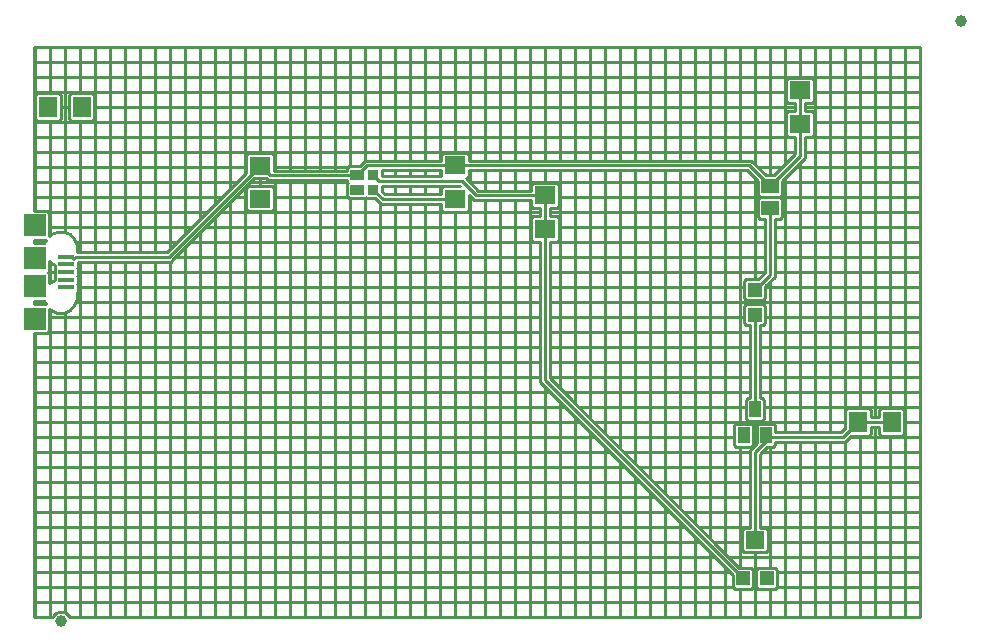
<source format=gbr>
G04 EAGLE Gerber RS-274X export*
G75*
%MOMM*%
%FSLAX34Y34*%
%LPD*%
%INTop Copper*%
%IPPOS*%
%AMOC8*
5,1,8,0,0,1.08239X$1,22.5*%
G01*
%ADD10R,1.800000X1.600000*%
%ADD11R,1.346200X0.381000*%
%ADD12R,1.900000X1.900000*%
%ADD13R,1.200000X1.200000*%
%ADD14R,1.803000X1.600000*%
%ADD15R,1.600000X1.500000*%
%ADD16R,1.500000X1.300000*%
%ADD17R,1.000000X1.400000*%
%ADD18R,1.600000X1.803000*%
%ADD19C,1.000000*%
%ADD20R,0.950000X0.850000*%
%ADD21R,1.150000X0.850000*%
%ADD22R,1.150000X0.970000*%
%ADD23R,0.950000X0.970000*%
%ADD24C,0.254000*%


D10*
X-863600Y455900D03*
X-863600Y483900D03*
D11*
X-1027350Y406700D03*
X-1027350Y400200D03*
X-1027350Y393700D03*
X-1027350Y387200D03*
X-1027350Y380700D03*
D12*
X-1054100Y433200D03*
X-1054100Y405700D03*
X-1054100Y381700D03*
X-1054100Y354200D03*
D13*
X-444500Y357800D03*
X-444500Y378800D03*
D14*
X-698500Y484120D03*
X-698500Y455680D03*
D13*
X-454500Y134400D03*
X-434500Y134400D03*
D15*
X-444500Y166900D03*
D16*
X-431800Y447700D03*
X-431800Y466700D03*
D17*
X-444500Y277700D03*
X-435000Y255700D03*
X-454000Y255700D03*
D14*
X-622300Y458720D03*
X-622300Y430280D03*
D18*
X-328680Y266700D03*
X-357120Y266700D03*
D14*
X-406400Y519180D03*
X-406400Y547620D03*
D18*
X-1014480Y533400D03*
X-1042920Y533400D03*
D19*
X-1031800Y98500D03*
X-269800Y606500D03*
D20*
X-767450Y463600D03*
D21*
X-780950Y463600D03*
D22*
X-780950Y475600D03*
D23*
X-767450Y475600D03*
D24*
X-863600Y483900D02*
X-940800Y406700D01*
X-1019546Y406700D01*
X-1021347Y404899D01*
X-863600Y483900D02*
X-855300Y475600D01*
X-780950Y475600D01*
X-774994Y481556D02*
X-774994Y481607D01*
X-774994Y481556D02*
X-780950Y475600D01*
X-772481Y484120D02*
X-698500Y484120D01*
X-772481Y484120D02*
X-774994Y481607D01*
X-698500Y484120D02*
X-449220Y484120D01*
X-431800Y466700D01*
X-406400Y519180D02*
X-406400Y547620D01*
X-406400Y519180D02*
X-406400Y492100D01*
X-431800Y466700D01*
X-698500Y455680D02*
X-759530Y455680D01*
X-767450Y463600D01*
X-622300Y458720D02*
X-622300Y430280D01*
X-762494Y470644D02*
X-767450Y475600D01*
X-680574Y458720D02*
X-622300Y458720D01*
X-680574Y458720D02*
X-692498Y470644D01*
X-762494Y470644D01*
X-622300Y302200D02*
X-454500Y134400D01*
X-622300Y302200D02*
X-622300Y430280D01*
X-444500Y241300D02*
X-444500Y166900D01*
X-444500Y241300D02*
X-431800Y254000D01*
X-433500Y255700D01*
X-435000Y255700D01*
X-369820Y254000D02*
X-357120Y266700D01*
X-369820Y254000D02*
X-431800Y254000D01*
X-357120Y266700D02*
X-328680Y266700D01*
X-444500Y277700D02*
X-444500Y357800D01*
X-431800Y391500D02*
X-431800Y447700D01*
X-431800Y391500D02*
X-444500Y378800D01*
X-710309Y480056D02*
X-759906Y480056D01*
X-710309Y480056D02*
X-710309Y474963D01*
X-710054Y474708D01*
X-759906Y474708D01*
X-759906Y480056D01*
X-710309Y464837D02*
X-708672Y466474D01*
X-710309Y464837D02*
X-710309Y459744D01*
X-757847Y459744D01*
X-759906Y461803D01*
X-759906Y466580D01*
X-694181Y466580D01*
X-694075Y466474D01*
X-708672Y466474D01*
X-457547Y143194D02*
X-447343Y143194D01*
X-457547Y143194D02*
X-618236Y303883D01*
X-618236Y419486D01*
X-612128Y419486D01*
X-610491Y421123D01*
X-610491Y439437D01*
X-612128Y441074D01*
X-618236Y441074D01*
X-618236Y447926D01*
X-612128Y447926D01*
X-610491Y449563D01*
X-610491Y467877D01*
X-612128Y469514D01*
X-632472Y469514D01*
X-634109Y467877D01*
X-634109Y462784D01*
X-678890Y462784D01*
X-688434Y472327D01*
X-689432Y473326D01*
X-688328Y473326D01*
X-686691Y474963D01*
X-686691Y480056D01*
X-450903Y480056D01*
X-442094Y471247D01*
X-442094Y459043D01*
X-440457Y457406D01*
X-423143Y457406D01*
X-421506Y459043D01*
X-421506Y471247D01*
X-402336Y490417D01*
X-402336Y508386D01*
X-396228Y508386D01*
X-394591Y510023D01*
X-394591Y528337D01*
X-396228Y529974D01*
X-402336Y529974D01*
X-402336Y536826D01*
X-396228Y536826D01*
X-394591Y538463D01*
X-394591Y556777D01*
X-396228Y558414D01*
X-416572Y558414D01*
X-418209Y556777D01*
X-418209Y538463D01*
X-416572Y536826D01*
X-410464Y536826D01*
X-410464Y529974D01*
X-416572Y529974D01*
X-418209Y528337D01*
X-418209Y510023D01*
X-416572Y508386D01*
X-410464Y508386D01*
X-410464Y493783D01*
X-428253Y475994D01*
X-435347Y475994D01*
X-447537Y488184D01*
X-686691Y488184D01*
X-686691Y493277D01*
X-688328Y494914D01*
X-708672Y494914D01*
X-710309Y493277D01*
X-710309Y488184D01*
X-774165Y488184D01*
X-779058Y483291D01*
X-779058Y483244D01*
X-787857Y483244D01*
X-789494Y481607D01*
X-789494Y479664D01*
X-851806Y479664D01*
X-851806Y493057D01*
X-853443Y494694D01*
X-873757Y494694D01*
X-875394Y493057D01*
X-875394Y477853D01*
X-942483Y410764D01*
X-1018468Y410764D01*
X-1018420Y410879D01*
X-1018420Y416521D01*
X-1020579Y421732D01*
X-1024568Y425721D01*
X-1029779Y427880D01*
X-1035421Y427880D01*
X-1040632Y425721D01*
X-1041806Y424547D01*
X-1041806Y443857D01*
X-1043443Y445494D01*
X-1054735Y445494D01*
X-1054735Y584200D01*
X-304800Y584200D01*
X-304800Y101600D01*
X-1024648Y101600D01*
X-1025193Y102915D01*
X-1027385Y105107D01*
X-1030250Y106294D01*
X-1033350Y106294D01*
X-1036215Y105107D01*
X-1038407Y102915D01*
X-1038952Y101600D01*
X-1054735Y101600D01*
X-1054735Y341906D01*
X-1043443Y341906D01*
X-1041806Y343543D01*
X-1041806Y362853D01*
X-1040632Y361679D01*
X-1035421Y359520D01*
X-1029779Y359520D01*
X-1024568Y361679D01*
X-1020579Y365668D01*
X-1018420Y370879D01*
X-1018420Y376521D01*
X-1018573Y376890D01*
X-1017825Y377638D01*
X-1017825Y383762D01*
X-1018013Y383950D01*
X-1017825Y384138D01*
X-1017825Y390262D01*
X-1018013Y390450D01*
X-1017825Y390638D01*
X-1017825Y396762D01*
X-1018013Y396950D01*
X-1017825Y397138D01*
X-1017825Y402636D01*
X-939117Y402636D01*
X-936736Y405017D01*
X-868647Y473106D01*
X-858553Y473106D01*
X-856983Y471536D01*
X-789494Y471536D01*
X-789494Y469593D01*
X-789201Y469300D01*
X-789494Y469007D01*
X-789494Y458193D01*
X-787857Y456556D01*
X-774043Y456556D01*
X-773700Y456899D01*
X-773357Y456556D01*
X-766153Y456556D01*
X-761213Y451616D01*
X-710309Y451616D01*
X-710309Y446523D01*
X-708672Y444886D01*
X-688328Y444886D01*
X-686691Y446523D01*
X-686691Y459090D01*
X-682257Y454656D01*
X-634109Y454656D01*
X-634109Y449563D01*
X-632472Y447926D01*
X-626364Y447926D01*
X-626364Y441074D01*
X-632472Y441074D01*
X-634109Y439437D01*
X-634109Y421123D01*
X-632472Y419486D01*
X-626364Y419486D01*
X-626364Y300517D01*
X-623983Y298136D01*
X-463294Y137447D01*
X-463294Y127243D01*
X-461657Y125606D01*
X-447343Y125606D01*
X-445706Y127243D01*
X-445706Y141557D01*
X-447343Y143194D01*
X-853443Y466694D02*
X-873757Y466694D01*
X-875394Y465057D01*
X-875394Y446743D01*
X-873757Y445106D01*
X-853443Y445106D01*
X-851806Y446743D01*
X-851806Y465057D01*
X-853443Y466694D01*
X-451657Y366594D02*
X-437343Y366594D01*
X-451657Y366594D02*
X-453294Y364957D01*
X-453294Y350643D01*
X-451657Y349006D01*
X-448564Y349006D01*
X-448564Y287494D01*
X-450657Y287494D01*
X-452294Y285857D01*
X-452294Y269543D01*
X-450657Y267906D01*
X-438343Y267906D01*
X-436706Y269543D01*
X-436706Y285857D01*
X-438343Y287494D01*
X-440436Y287494D01*
X-440436Y349006D01*
X-437343Y349006D01*
X-435706Y350643D01*
X-435706Y364957D01*
X-437343Y366594D01*
X-453294Y385957D02*
X-451657Y387594D01*
X-453294Y385957D02*
X-453294Y371643D01*
X-451657Y370006D01*
X-437343Y370006D01*
X-435706Y371643D01*
X-435706Y381847D01*
X-427736Y389817D01*
X-427736Y438406D01*
X-423143Y438406D01*
X-421506Y440043D01*
X-421506Y455357D01*
X-423143Y456994D01*
X-440457Y456994D01*
X-442094Y455357D01*
X-442094Y440043D01*
X-440457Y438406D01*
X-435864Y438406D01*
X-435864Y393183D01*
X-441453Y387594D01*
X-451657Y387594D01*
X-441657Y143194D02*
X-427343Y143194D01*
X-441657Y143194D02*
X-443294Y141557D01*
X-443294Y127243D01*
X-441657Y125606D01*
X-427343Y125606D01*
X-425706Y127243D01*
X-425706Y141557D01*
X-427343Y143194D01*
X-446206Y247543D02*
X-446206Y263857D01*
X-447843Y265494D01*
X-460157Y265494D01*
X-461794Y263857D01*
X-461794Y247543D01*
X-460157Y245906D01*
X-447843Y245906D01*
X-446206Y247543D01*
X-317886Y256528D02*
X-317886Y276872D01*
X-319523Y278509D01*
X-337837Y278509D01*
X-339474Y276872D01*
X-339474Y270764D01*
X-346326Y270764D01*
X-346326Y276872D01*
X-347963Y278509D01*
X-366277Y278509D01*
X-367914Y276872D01*
X-367914Y261653D01*
X-371503Y258064D01*
X-427206Y258064D01*
X-427206Y263857D01*
X-428843Y265494D01*
X-441157Y265494D01*
X-442794Y263857D01*
X-442794Y248753D01*
X-448564Y242983D01*
X-448564Y177194D01*
X-453657Y177194D01*
X-455294Y175557D01*
X-455294Y158243D01*
X-453657Y156606D01*
X-435343Y156606D01*
X-433706Y158243D01*
X-433706Y175557D01*
X-435343Y177194D01*
X-440436Y177194D01*
X-440436Y239617D01*
X-434147Y245906D01*
X-428843Y245906D01*
X-427206Y247543D01*
X-427206Y249936D01*
X-368137Y249936D01*
X-365756Y252317D01*
X-365756Y252317D01*
X-363182Y254891D01*
X-347963Y254891D01*
X-346326Y256528D01*
X-346326Y262636D01*
X-339474Y262636D01*
X-339474Y256528D01*
X-337837Y254891D01*
X-319523Y254891D01*
X-317886Y256528D01*
X-1003686Y523228D02*
X-1003686Y543572D01*
X-1005323Y545209D01*
X-1023637Y545209D01*
X-1025274Y543572D01*
X-1025274Y523228D01*
X-1023637Y521591D01*
X-1005323Y521591D01*
X-1003686Y523228D01*
X-1032126Y523228D02*
X-1032126Y543572D01*
X-1033763Y545209D01*
X-1052077Y545209D01*
X-1053714Y543572D01*
X-1053714Y523228D01*
X-1052077Y521591D01*
X-1033763Y521591D01*
X-1032126Y523228D01*
X-1044963Y420906D02*
X-1046170Y417994D01*
X-1054735Y417994D01*
X-1054735Y420906D01*
X-1044963Y420906D01*
X-1046170Y369406D02*
X-1044963Y366494D01*
X-1054735Y366494D01*
X-1054735Y369406D01*
X-1046170Y369406D01*
X-1041806Y392357D02*
X-1043149Y393700D01*
X-1041806Y395043D01*
X-1041806Y402853D01*
X-1040632Y401679D01*
X-1036875Y400122D01*
X-1036875Y397138D01*
X-1036687Y396950D01*
X-1036875Y396762D01*
X-1036875Y390638D01*
X-1036687Y390450D01*
X-1036875Y390262D01*
X-1036875Y387278D01*
X-1040632Y385721D01*
X-1041806Y384547D01*
X-1041806Y392357D01*
X-1038952Y101600D02*
X-1054735Y101600D01*
X-1024648Y101600D02*
X-304800Y101600D01*
X-304800Y114300D02*
X-1054735Y114300D01*
X-1054735Y127000D02*
X-463051Y127000D01*
X-445949Y127000D02*
X-443051Y127000D01*
X-425949Y127000D02*
X-304800Y127000D01*
X-465547Y139700D02*
X-1054735Y139700D01*
X-445706Y139700D02*
X-443294Y139700D01*
X-425706Y139700D02*
X-304800Y139700D01*
X-478247Y152400D02*
X-1054735Y152400D01*
X-466753Y152400D02*
X-304800Y152400D01*
X-490947Y165100D02*
X-1054735Y165100D01*
X-479453Y165100D02*
X-455294Y165100D01*
X-433706Y165100D02*
X-304800Y165100D01*
X-503647Y177800D02*
X-1054735Y177800D01*
X-492153Y177800D02*
X-448564Y177800D01*
X-440436Y177800D02*
X-304800Y177800D01*
X-516347Y190500D02*
X-1054735Y190500D01*
X-504853Y190500D02*
X-448564Y190500D01*
X-440436Y190500D02*
X-304800Y190500D01*
X-529047Y203200D02*
X-1054735Y203200D01*
X-517553Y203200D02*
X-448564Y203200D01*
X-440436Y203200D02*
X-304800Y203200D01*
X-541747Y215900D02*
X-1054735Y215900D01*
X-530253Y215900D02*
X-448564Y215900D01*
X-440436Y215900D02*
X-304800Y215900D01*
X-554447Y228600D02*
X-1054735Y228600D01*
X-542953Y228600D02*
X-448564Y228600D01*
X-440436Y228600D02*
X-304800Y228600D01*
X-567147Y241300D02*
X-1054735Y241300D01*
X-555653Y241300D02*
X-448564Y241300D01*
X-438753Y241300D02*
X-304800Y241300D01*
X-579847Y254000D02*
X-1054735Y254000D01*
X-568353Y254000D02*
X-461794Y254000D01*
X-446206Y254000D02*
X-442794Y254000D01*
X-364073Y254000D02*
X-304800Y254000D01*
X-592547Y266700D02*
X-1054735Y266700D01*
X-581053Y266700D02*
X-367914Y266700D01*
X-317886Y266700D02*
X-304800Y266700D01*
X-605247Y279400D02*
X-1054735Y279400D01*
X-593753Y279400D02*
X-452294Y279400D01*
X-436706Y279400D02*
X-304800Y279400D01*
X-617947Y292100D02*
X-1054735Y292100D01*
X-606453Y292100D02*
X-448564Y292100D01*
X-440436Y292100D02*
X-304800Y292100D01*
X-626364Y304800D02*
X-1054735Y304800D01*
X-618236Y304800D02*
X-448564Y304800D01*
X-440436Y304800D02*
X-304800Y304800D01*
X-626364Y317500D02*
X-1054735Y317500D01*
X-618236Y317500D02*
X-448564Y317500D01*
X-440436Y317500D02*
X-304800Y317500D01*
X-626364Y330200D02*
X-1054735Y330200D01*
X-618236Y330200D02*
X-448564Y330200D01*
X-440436Y330200D02*
X-304800Y330200D01*
X-626364Y342900D02*
X-1042449Y342900D01*
X-618236Y342900D02*
X-448564Y342900D01*
X-440436Y342900D02*
X-304800Y342900D01*
X-626364Y355600D02*
X-1041806Y355600D01*
X-618236Y355600D02*
X-453294Y355600D01*
X-435706Y355600D02*
X-304800Y355600D01*
X-1045712Y368300D02*
X-1054735Y368300D01*
X-1019488Y368300D02*
X-626364Y368300D01*
X-618236Y368300D02*
X-304800Y368300D01*
X-626364Y381000D02*
X-1017825Y381000D01*
X-618236Y381000D02*
X-453294Y381000D01*
X-435706Y381000D02*
X-304800Y381000D01*
X-1036875Y393700D02*
X-1043149Y393700D01*
X-1017825Y393700D02*
X-626364Y393700D01*
X-618236Y393700D02*
X-435864Y393700D01*
X-427736Y393700D02*
X-304800Y393700D01*
X-626364Y406400D02*
X-935353Y406400D01*
X-618236Y406400D02*
X-435864Y406400D01*
X-427736Y406400D02*
X-304800Y406400D01*
X-1045712Y419100D02*
X-1054735Y419100D01*
X-1019488Y419100D02*
X-934147Y419100D01*
X-922653Y419100D02*
X-626364Y419100D01*
X-618236Y419100D02*
X-435864Y419100D01*
X-427736Y419100D02*
X-304800Y419100D01*
X-921447Y431800D02*
X-1041806Y431800D01*
X-909953Y431800D02*
X-634109Y431800D01*
X-610491Y431800D02*
X-435864Y431800D01*
X-427736Y431800D02*
X-304800Y431800D01*
X-908747Y444500D02*
X-1042449Y444500D01*
X-897253Y444500D02*
X-626364Y444500D01*
X-618236Y444500D02*
X-442094Y444500D01*
X-421506Y444500D02*
X-304800Y444500D01*
X-896047Y457200D02*
X-1054735Y457200D01*
X-884553Y457200D02*
X-875394Y457200D01*
X-851806Y457200D02*
X-788501Y457200D01*
X-686691Y457200D02*
X-684801Y457200D01*
X-610491Y457200D02*
X-304800Y457200D01*
X-883347Y469900D02*
X-1054735Y469900D01*
X-871853Y469900D02*
X-789494Y469900D01*
X-686006Y469900D02*
X-442094Y469900D01*
X-421506Y469900D02*
X-304800Y469900D01*
X-875394Y482600D02*
X-1054735Y482600D01*
X-851806Y482600D02*
X-788501Y482600D01*
X-441953Y482600D02*
X-421647Y482600D01*
X-410153Y482600D02*
X-304800Y482600D01*
X-410464Y495300D02*
X-1054735Y495300D01*
X-402336Y495300D02*
X-304800Y495300D01*
X-410464Y508000D02*
X-1054735Y508000D01*
X-402336Y508000D02*
X-304800Y508000D01*
X-418209Y520700D02*
X-1054735Y520700D01*
X-394591Y520700D02*
X-304800Y520700D01*
X-1053714Y533400D02*
X-1054735Y533400D01*
X-1032126Y533400D02*
X-1025274Y533400D01*
X-1003686Y533400D02*
X-410464Y533400D01*
X-402336Y533400D02*
X-304800Y533400D01*
X-418209Y546100D02*
X-1054735Y546100D01*
X-394591Y546100D02*
X-304800Y546100D01*
X-304800Y558800D02*
X-1054735Y558800D01*
X-1054735Y571500D02*
X-304800Y571500D01*
X-1054100Y341906D02*
X-1054100Y101600D01*
X-1054100Y366494D02*
X-1054100Y369406D01*
X-1054100Y417994D02*
X-1054100Y420906D01*
X-1054100Y445494D02*
X-1054100Y584200D01*
X-1041400Y362447D02*
X-1041400Y101600D01*
X-1041400Y384954D02*
X-1041400Y402447D01*
X-1041400Y424954D02*
X-1041400Y521591D01*
X-1041400Y545209D02*
X-1041400Y584200D01*
X-1028700Y359967D02*
X-1028700Y105652D01*
X-1028700Y427433D02*
X-1028700Y584200D01*
X-1016000Y402636D02*
X-1016000Y101600D01*
X-1016000Y410764D02*
X-1016000Y521591D01*
X-1016000Y545209D02*
X-1016000Y584200D01*
X-1003300Y402636D02*
X-1003300Y101600D01*
X-1003300Y410764D02*
X-1003300Y584200D01*
X-990600Y402636D02*
X-990600Y101600D01*
X-990600Y410764D02*
X-990600Y584200D01*
X-977900Y402636D02*
X-977900Y101600D01*
X-977900Y410764D02*
X-977900Y584200D01*
X-965200Y402636D02*
X-965200Y101600D01*
X-965200Y410764D02*
X-965200Y584200D01*
X-952500Y402636D02*
X-952500Y101600D01*
X-952500Y410764D02*
X-952500Y584200D01*
X-939800Y402636D02*
X-939800Y101600D01*
X-939800Y413447D02*
X-939800Y584200D01*
X-927100Y414653D02*
X-927100Y101600D01*
X-927100Y426147D02*
X-927100Y584200D01*
X-914400Y427353D02*
X-914400Y101600D01*
X-914400Y438847D02*
X-914400Y584200D01*
X-901700Y440053D02*
X-901700Y101600D01*
X-901700Y451547D02*
X-901700Y584200D01*
X-889000Y452753D02*
X-889000Y101600D01*
X-889000Y464247D02*
X-889000Y584200D01*
X-876300Y465453D02*
X-876300Y101600D01*
X-876300Y476947D02*
X-876300Y584200D01*
X-863600Y445106D02*
X-863600Y101600D01*
X-863600Y466694D02*
X-863600Y473106D01*
X-863600Y494694D02*
X-863600Y584200D01*
X-850900Y471536D02*
X-850900Y101600D01*
X-850900Y479664D02*
X-850900Y584200D01*
X-838200Y471536D02*
X-838200Y101600D01*
X-838200Y479664D02*
X-838200Y584200D01*
X-825500Y471536D02*
X-825500Y101600D01*
X-825500Y479664D02*
X-825500Y584200D01*
X-812800Y471536D02*
X-812800Y101600D01*
X-812800Y479664D02*
X-812800Y584200D01*
X-800100Y471536D02*
X-800100Y101600D01*
X-800100Y479664D02*
X-800100Y584200D01*
X-787400Y456556D02*
X-787400Y101600D01*
X-787400Y483244D02*
X-787400Y584200D01*
X-774700Y456556D02*
X-774700Y101600D01*
X-774700Y487649D02*
X-774700Y584200D01*
X-762000Y452403D02*
X-762000Y101600D01*
X-762000Y488184D02*
X-762000Y584200D01*
X-749300Y451616D02*
X-749300Y101600D01*
X-749300Y459744D02*
X-749300Y466580D01*
X-749300Y474708D02*
X-749300Y480056D01*
X-749300Y488184D02*
X-749300Y584200D01*
X-736600Y451616D02*
X-736600Y101600D01*
X-736600Y459744D02*
X-736600Y466580D01*
X-736600Y474708D02*
X-736600Y480056D01*
X-736600Y488184D02*
X-736600Y584200D01*
X-723900Y451616D02*
X-723900Y101600D01*
X-723900Y459744D02*
X-723900Y466580D01*
X-723900Y474708D02*
X-723900Y480056D01*
X-723900Y488184D02*
X-723900Y584200D01*
X-711200Y451616D02*
X-711200Y101600D01*
X-711200Y459744D02*
X-711200Y466580D01*
X-711200Y474708D02*
X-711200Y480056D01*
X-711200Y488184D02*
X-711200Y584200D01*
X-698500Y444886D02*
X-698500Y101600D01*
X-698500Y466474D02*
X-698500Y466580D01*
X-698500Y494914D02*
X-698500Y584200D01*
X-685800Y458199D02*
X-685800Y101600D01*
X-685800Y469694D02*
X-685800Y480056D01*
X-685800Y488184D02*
X-685800Y584200D01*
X-673100Y454656D02*
X-673100Y101600D01*
X-673100Y462784D02*
X-673100Y480056D01*
X-673100Y488184D02*
X-673100Y584200D01*
X-660400Y454656D02*
X-660400Y101600D01*
X-660400Y462784D02*
X-660400Y480056D01*
X-660400Y488184D02*
X-660400Y584200D01*
X-647700Y454656D02*
X-647700Y101600D01*
X-647700Y462784D02*
X-647700Y480056D01*
X-647700Y488184D02*
X-647700Y584200D01*
X-635000Y454656D02*
X-635000Y101600D01*
X-635000Y462784D02*
X-635000Y480056D01*
X-635000Y488184D02*
X-635000Y584200D01*
X-622300Y296453D02*
X-622300Y101600D01*
X-622300Y469514D02*
X-622300Y480056D01*
X-622300Y488184D02*
X-622300Y584200D01*
X-609600Y283753D02*
X-609600Y101600D01*
X-609600Y295247D02*
X-609600Y480056D01*
X-609600Y488184D02*
X-609600Y584200D01*
X-596900Y271053D02*
X-596900Y101600D01*
X-596900Y282547D02*
X-596900Y480056D01*
X-596900Y488184D02*
X-596900Y584200D01*
X-584200Y258353D02*
X-584200Y101600D01*
X-584200Y269847D02*
X-584200Y480056D01*
X-584200Y488184D02*
X-584200Y584200D01*
X-571500Y245653D02*
X-571500Y101600D01*
X-571500Y257147D02*
X-571500Y480056D01*
X-571500Y488184D02*
X-571500Y584200D01*
X-558800Y232953D02*
X-558800Y101600D01*
X-558800Y244447D02*
X-558800Y480056D01*
X-558800Y488184D02*
X-558800Y584200D01*
X-546100Y220253D02*
X-546100Y101600D01*
X-546100Y231747D02*
X-546100Y480056D01*
X-546100Y488184D02*
X-546100Y584200D01*
X-533400Y207553D02*
X-533400Y101600D01*
X-533400Y219047D02*
X-533400Y480056D01*
X-533400Y488184D02*
X-533400Y584200D01*
X-520700Y194853D02*
X-520700Y101600D01*
X-520700Y206347D02*
X-520700Y480056D01*
X-520700Y488184D02*
X-520700Y584200D01*
X-508000Y182153D02*
X-508000Y101600D01*
X-508000Y193647D02*
X-508000Y480056D01*
X-508000Y488184D02*
X-508000Y584200D01*
X-495300Y169453D02*
X-495300Y101600D01*
X-495300Y180947D02*
X-495300Y480056D01*
X-495300Y488184D02*
X-495300Y584200D01*
X-482600Y156753D02*
X-482600Y101600D01*
X-482600Y168247D02*
X-482600Y480056D01*
X-482600Y488184D02*
X-482600Y584200D01*
X-469900Y144053D02*
X-469900Y101600D01*
X-469900Y155547D02*
X-469900Y480056D01*
X-469900Y488184D02*
X-469900Y584200D01*
X-457200Y125606D02*
X-457200Y101600D01*
X-457200Y143194D02*
X-457200Y245906D01*
X-457200Y265494D02*
X-457200Y480056D01*
X-457200Y488184D02*
X-457200Y584200D01*
X-444500Y156606D02*
X-444500Y101600D01*
X-444500Y247047D02*
X-444500Y267906D01*
X-444500Y366594D02*
X-444500Y370006D01*
X-444500Y387594D02*
X-444500Y473653D01*
X-444500Y485147D02*
X-444500Y584200D01*
X-431800Y125606D02*
X-431800Y101600D01*
X-431800Y143194D02*
X-431800Y245906D01*
X-431800Y265494D02*
X-431800Y385753D01*
X-431800Y456994D02*
X-431800Y457406D01*
X-431800Y475994D02*
X-431800Y584200D01*
X-419100Y249936D02*
X-419100Y101600D01*
X-419100Y258064D02*
X-419100Y473653D01*
X-419100Y485147D02*
X-419100Y584200D01*
X-406400Y249936D02*
X-406400Y101600D01*
X-406400Y258064D02*
X-406400Y486353D01*
X-406400Y558414D02*
X-406400Y584200D01*
X-393700Y249936D02*
X-393700Y101600D01*
X-393700Y258064D02*
X-393700Y584200D01*
X-381000Y249936D02*
X-381000Y101600D01*
X-381000Y258064D02*
X-381000Y584200D01*
X-368300Y249936D02*
X-368300Y101600D01*
X-368300Y261267D02*
X-368300Y584200D01*
X-355600Y254891D02*
X-355600Y101600D01*
X-355600Y278509D02*
X-355600Y584200D01*
X-342900Y262636D02*
X-342900Y101600D01*
X-342900Y270764D02*
X-342900Y584200D01*
X-330200Y254891D02*
X-330200Y101600D01*
X-330200Y278509D02*
X-330200Y584200D01*
X-317500Y584200D02*
X-317500Y101600D01*
M02*

</source>
